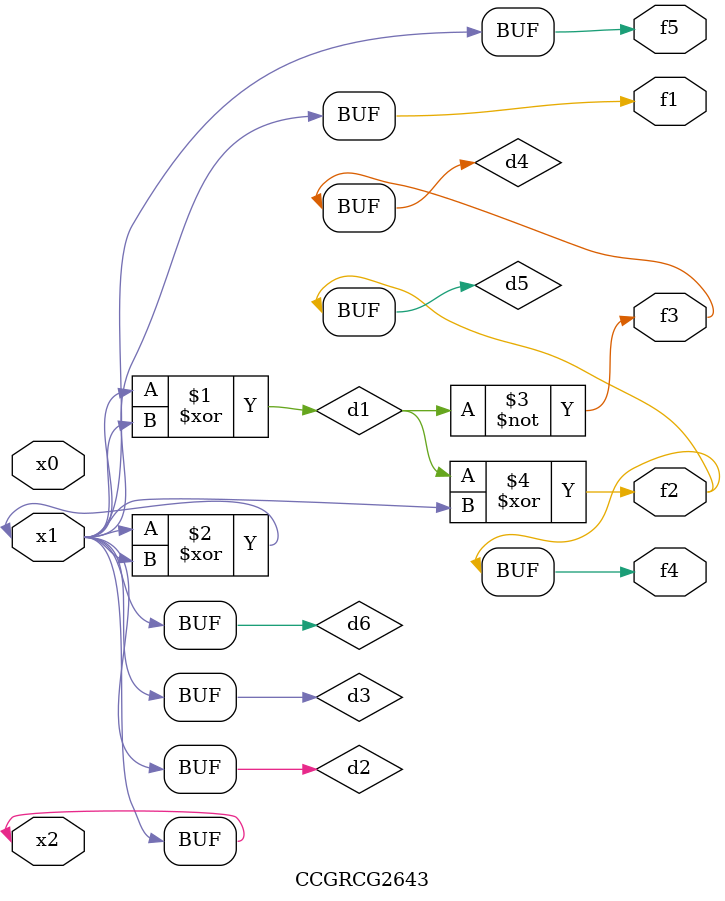
<source format=v>
module CCGRCG2643(
	input x0, x1, x2,
	output f1, f2, f3, f4, f5
);

	wire d1, d2, d3, d4, d5, d6;

	xor (d1, x1, x2);
	buf (d2, x1, x2);
	xor (d3, x1, x2);
	nor (d4, d1);
	xor (d5, d1, d2);
	buf (d6, d2, d3);
	assign f1 = d6;
	assign f2 = d5;
	assign f3 = d4;
	assign f4 = d5;
	assign f5 = d6;
endmodule

</source>
